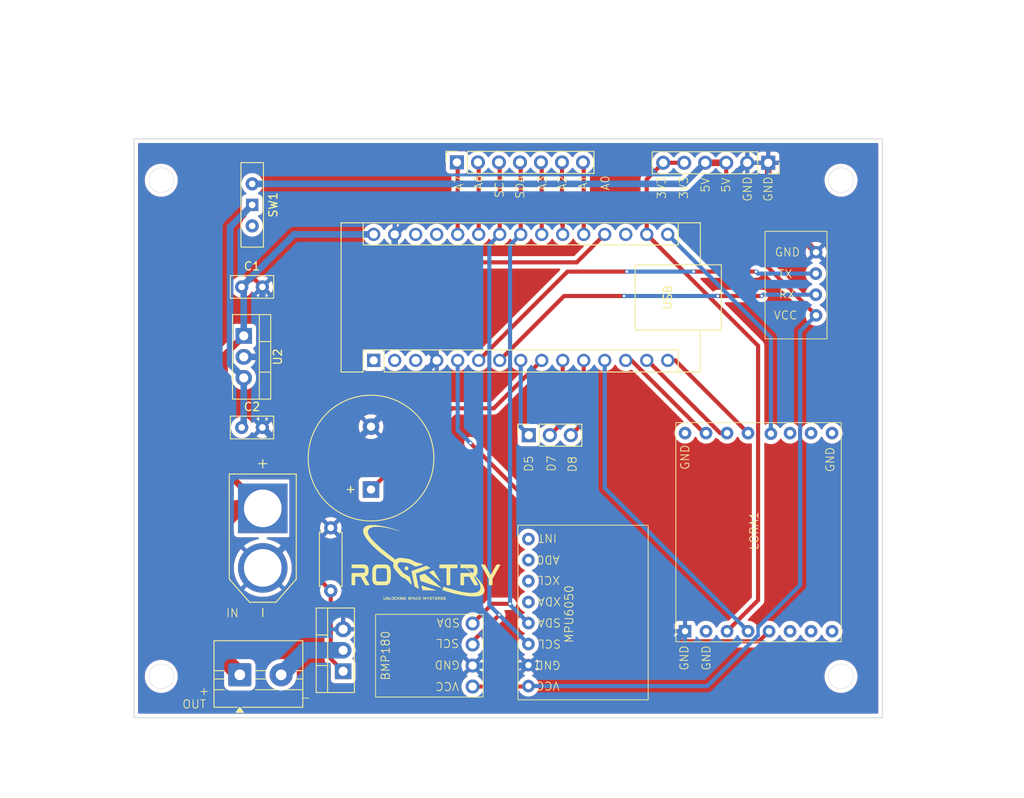
<source format=kicad_pcb>
(kicad_pcb (version 20241229) (generator "pcbnew") (generator_version "9.0")
  (layers (0 "F.Cu" signal) (2 "B.Cu" signal) (13 "F.Paste" user) (15 "B.Paste" user) (5 "F.SilkS" user "F.Silkscreen") (7 "B.SilkS" user "B.Silkscreen") (1 "F.Mask" user) (3 "B.Mask" user) (25 "Edge.Cuts" user))
  (net 0 "")
  (net 1 "D2")
  (net 3 "Net-(A1-D8)")
  (net 4 "Net-(A1-D5)")
  (net 5 "3V3")
  (net 6 "+5V")
  (net 7 "SDA")
  (net 8 "D9")
  (net 10 "SCL")
  (net 11 "Net-(A1-A3)")
  (net 12 "Net-(A1-A1)")
  (net 13 "Net-(A1-A7)")
  (net 14 "D10")
  (net 15 "Net-(A1-A2)")
  (net 16 "Net-(A1-A6)")
  (net 17 "SCK")
  (net 18 "Net-(A1-D7)")
  (net 20 "MISO")
  (net 21 "MOSI")
  (net 22 "TX_GPS")
  (net 23 "RX_GPS")
  (net 24 "P_raw+")
  (net 25 "P_raw-")
  (net 27 "buz")
  (net 30 "Net-(SW1-B)")
  (net 44 "PYRO")
  (net 45 "Net-(J3-Pin_2)")
  (footprint "MyMPU6050:MPU6050" (layer "F.Cu") (at 165.97 118.12 90)
    (property "Reference" "U1" (hide yes))
    (property "Value" "~" (hide yes))
    (fp_text user "VCC" (at -8.09 -2.72 180) (layer "F.SilkS") (effects (font (thickness 0.1)) (justify left bottom)))
    (fp_text user "GND" (at -5.57 -2.62 180) (layer "F.SilkS") (effects (font (thickness 0.1)) (justify left bottom)))
    (fp_text user "AD0" (at 7.16 -2.72 180) (layer "F.SilkS") (effects (font (thickness 0.1)) (justify left bottom)))
    (fp_text user "XCL" (at 4.69 -2.67 180) (layer "F.SilkS") (effects (font (thickness 0.1)) (justify left bottom)))
    (fp_text user "SDA" (at -0.44 -2.57 180) (layer "F.SilkS") (effects (font (thickness 0.1)) (justify left bottom)))
    (fp_text user "INT" (at 9.77 -3.06 180) (layer "F.SilkS") (effects (font (thickness 0.1)) (justify left bottom)))
    (fp_text user "XDA" (at 2.12 -2.57 180) (layer "F.SilkS") (effects (font (thickness 0.1)) (justify left bottom)))
    (fp_text user "SCL" (at -3.01 -2.57 180) (layer "F.SilkS") (effects (font (thickness 0.1)) (justify left bottom)))
    (pad "1" thru_hole circle (at -8.71 -6.565 90) (size 1.524 1.524) (drill 0.762) (layers "*.Cu" "*.Mask") (net 6 "+5V"))
    (pad "2" thru_hole circle (at -6.17 -6.565 90) (size 1.524 1.524) (drill 0.762) (layers "*.Cu" "*.Mask") (net 25 "P_raw-"))
    (pad "3" thru_hole circle (at -3.63 -6.565 90) (size 1.524 1.524) (drill 0.762) (layers "*.Cu" "*.Mask") (net 10 "SCL"))
    (pad "4" thru_hole circle (at -1.09 -6.565 90) (size 1.524 1.524) (drill 0.762) (layers "*.Cu" "*.Mask") (net 7 "SDA"))
    (pad "5" thru_hole circle (at 1.45 -6.565 90) (size 1.524 1.524) (drill 0.762) (layers "*.Cu" "*.Mask"))
    (pad "6" thru_hole circle (at 3.99 -6.565 90) (size 1.524 1.524) (drill 0.762) (layers "*.Cu" "*.Mask"))
    (pad "7" thru_hole circle (at 6.53 -6.565 90) (size 1.524 1.524) (drill 0.762) (layers "*.Cu" "*.Mask"))
    (pad "8" thru_hole circle (at 9.07 -6.565 90) (size 1.524 1.524) (drill 0.8) (layers "*.Cu" "*.Mask"))
  )
  (footprint "Buzzer_Beeper:Buzzer_15x7.5RM7.6" (layer "F.Cu") (at 140.37 103.06 90)
    (property "Reference" "BZ1" (hide yes))
    (property "Value" "Buzzer")
    (fp_text user "+" (at -0.01 -2.54 90) (layer "F.SilkS"))
    (pad "1" thru_hole rect (at 0 0 90) (size 2 2) (drill 1) (layers "*.Cu" "*.Mask") (net 27 "buz"))
    (pad "2" thru_hole circle (at 7.6 0 90) (size 2 2) (drill 1) (layers "*.Cu" "*.Mask") (net 25 "P_raw-"))
  )
  (footprint "Resistor_THT:R_Axial_DIN0207_L6.3mm_D2.5mm_P7.62mm_Horizontal" (layer "F.Cu") (at 135.5 115.31 90)
    (property "Reference" "R1" (hide yes))
    (property "Value" "1kΩ")
    (pad "1" thru_hole circle (at 0 0 90) (size 1.6 1.6) (drill 0.8) (layers "*.Cu" "*.Mask") (net 44 "PYRO"))
    (pad "2" thru_hole circle (at 7.62 0 90) (size 1.6 1.6) (drill 0.8) (layers "*.Cu" "*.Mask") (net 25 "P_raw-"))
  )
  (footprint "Capacitor_THT:C_Disc_D5.0mm_W2.5mm_P2.50mm" (layer "F.Cu") (at 124.73 78.56)
    (property "Reference" "C1" (at 1.25 -2.5 0) (layer "F.SilkS"))
    (property "Value" "10uf")
    (pad "1" thru_hole circle (at 0 0) (size 1.6 1.6) (drill 0.8) (layers "*.Cu" "*.Mask") (net 24 "P_raw+"))
    (pad "2" thru_hole circle (at 2.5 0) (size 1.6 1.6) (drill 0.8) (layers "*.Cu" "*.Mask") (net 25 "P_raw-"))
  )
  (footprint "Module:Arduino_Nano" (layer "F.Cu") (at 140.69 87.45 90)
    (property "Reference" "A1" (hide yes))
    (property "Value" "Arduino_Nano_Every")
    (fp_text user "USB" (at 7.62 35.56 90) (layer "F.SilkS"))
    (pad "1" thru_hole rect (at 0 0 90) (size 1.6 1.6) (drill 1) (layers "*.Cu" "*.Mask"))
    (pad "2" thru_hole oval (at 0 2.54 90) (size 1.6 1.6) (drill 1) (layers "*.Cu" "*.Mask"))
    (pad "3" thru_hole oval (at 0 5.08 90) (size 1.6 1.6) (drill 1) (layers "*.Cu" "*.Mask"))
    (pad "4" thru_hole oval (at 0 7.62 90) (size 1.6 1.6) (drill 1) (layers "*.Cu" "*.Mask") (net 25 "P_raw-"))
    (pad "5" thru_hole oval (at 0 10.16 90) (size 1.6 1.6) (drill 1) (layers "*.Cu" "*.Mask") (net 1 "D2"))
    (pad "6" thru_hole oval (at 0 12.7 90) (size 1.6 1.6) (drill 1) (layers "*.Cu" "*.Mask") (net 23 "RX_GPS"))
    (pad "7" thru_hole oval (at 0 15.24 90) (size 1.6 1.6) (drill 1) (layers "*.Cu" "*.Mask") (net 22 "TX_GPS"))
    (pad "8" thru_hole oval (at 0 17.78 90) (size 1.6 1.6) (drill 1) (layers "*.Cu" "*.Mask") (net 4 "Net-(A1-D5)"))
    (pad "9" thru_hole oval (at 0 20.32 90) (size 1.6 1.6) (drill 1) (layers "*.Cu" "*.Mask") (net 27 "buz"))
    (pad "10" thru_hole oval (at 0 22.86 90) (size 1.6 1.6) (drill 1) (layers "*.Cu" "*.Mask") (net 18 "Net-(A1-D7)"))
    (pad "11" thru_hole oval (at 0 25.4 90) (size 1.6 1.6) (drill 1) (layers "*.Cu" "*.Mask") (net 3 "Net-(A1-D8)"))
    (pad "12" thru_hole oval (at 0 27.94 90) (size 1.6 1.6) (drill 1) (layers "*.Cu" "*.Mask") (net 8 "D9"))
    (pad "13" thru_hole oval (at 0 30.48 90) (size 1.6 1.6) (drill 1) (layers "*.Cu" "*.Mask") (net 14 "D10"))
    (pad "14" thru_hole oval (at 0 33.02 90) (size 1.6 1.6) (drill 1) (layers "*.Cu" "*.Mask") (net 21 "MOSI"))
    (pad "15" thru_hole oval (at 0 35.56 90) (size 1.6 1.6) (drill 1) (layers "*.Cu" "*.Mask") (net 20 "MISO"))
    (pad "16" thru_hole oval (at 15.24 35.56 90) (size 1.6 1.6) (drill 1) (layers "*.Cu" "*.Mask") (net 17 "SCK"))
    (pad "17" thru_hole oval (at 15.24 33.02 90) (size 1.6 1.6) (drill 1) (layers "*.Cu" "*.Mask") (net 5 "3V3"))
    (pad "18" thru_hole oval (at 15.24 30.48 90) (size 1.6 1.6) (drill 1) (layers "*.Cu" "*.Mask"))
    (pad "19" thru_hole oval (at 15.24 27.94 90) (size 1.6 1.6) (drill 1) (layers "*.Cu" "*.Mask") (net 44 "PYRO"))
    (pad "20" thru_hole oval (at 15.24 25.4 90) (size 1.6 1.6) (drill 1) (layers "*.Cu" "*.Mask") (net 12 "Net-(A1-A1)"))
    (pad "21" thru_hole oval (at 15.24 22.86 90) (size 1.6 1.6) (drill 1) (layers "*.Cu" "*.Mask") (net 15 "Net-(A1-A2)"))
    (pad "22" thru_hole oval (at 15.24 20.32 90) (size 1.6 1.6) (drill 1) (layers "*.Cu" "*.Mask") (net 11 "Net-(A1-A3)"))
    (pad "23" thru_hole oval (at 15.24 17.78 90) (size 1.6 1.6) (drill 1) (layers "*.Cu" "*.Mask") (net 7 "SDA"))
    (pad "24" thru_hole oval (at 15.24 15.24 90) (size 1.6 1.6) (drill 1) (layers "*.Cu" "*.Mask") (net 10 "SCL"))
    (pad "25" thru_hole oval (at 15.24 12.7 90) (size 1.6 1.6) (drill 1) (layers "*.Cu" "*.Mask") (net 16 "Net-(A1-A6)"))
    (pad "26" thru_hole oval (at 15.24 10.16 90) (size 1.6 1.6) (drill 1) (layers "*.Cu" "*.Mask") (net 13 "Net-(A1-A7)"))
    (pad "27" thru_hole oval (at 15.24 7.62 90) (size 1.6 1.6) (drill 1) (layers "*.Cu" "*.Mask"))
    (pad "28" thru_hole oval (at 15.24 5.08 90) (size 1.6 1.6) (drill 1) (layers "*.Cu" "*.Mask"))
    (pad "29" thru_hole oval (at 15.24 2.54 90) (size 1.6 1.6) (drill 1) (layers "*.Cu" "*.Mask") (net 25 "P_raw-"))
    (pad "30" thru_hole oval (at 15.24 0 90) (size 1.6 1.6) (drill 1) (layers "*.Cu" "*.Mask") (net 24 "P_raw+"))
  )
  (footprint "logos:rocketrylogo" (layer "F.Cu") (at 147 113)
    (property "Reference" "G***" (hide yes))
    (property "Value" "LOGO" (hide yes))
  )
  (footprint "Adafruit_Ultimate_GPSmoodule:AdafruitGPS" (layer "F.Cu") (at 192.3 78.28 -90)
    (property "Reference" "U4" (hide yes))
    (property "Value" "~" (hide yes))
    (fp_text user "VCC" (at 4.3 3.3 0) (layer "F.SilkS") (effects (font (thickness 0.1)) (justify left bottom)))
    (fp_text user "GND" (at -3.33 3.17 0) (layer "F.SilkS") (effects (font (thickness 0.1)) (justify left bottom)))
    (fp_text user "RX" (at 1.77 2.67 0) (layer "F.SilkS") (effects (font (thickness 0.1)) (justify left bottom)))
    (fp_text user "TX" (at -0.68 2.77 0) (layer "F.SilkS") (effects (font (thickness 0.1)) (justify left bottom)))
    (pad "1" thru_hole circle (at -3.91 -1.88 270) (size 1.524 1.524) (drill 0.762) (layers "*.Cu" "*.Mask") (net 25 "P_raw-"))
    (pad "2" thru_hole circle (at -1.33 -1.85 270) (size 1.524 1.524) (drill 0.762) (layers "*.Cu" "*.Mask") (net 23 "RX_GPS"))
    (pad "3" thru_hole circle (at 1.22 -1.85 270) (size 1.524 1.524) (drill 0.762) (layers "*.Cu" "*.Mask") (net 22 "TX_GPS"))
    (pad "4" thru_hole circle (at 3.72 -1.88 270) (size 1.524 1.524) (drill 0.762) (layers "*.Cu" "*.Mask") (net 6 "+5V"))
  )
  (footprint "Package_TO_SOT_THT:TO-220-3_Vertical" (layer "F.Cu") (at 137 125.04 90)
    (property "Reference" "Q1" (hide yes))
    (property "Value" "IRF540N")
    (pad "1" thru_hole rect (at 0 0 90) (size 1.905 2) (drill 1.1) (layers "*.Cu" "*.Mask") (net 44 "PYRO"))
    (pad "2" thru_hole oval (at 2.54 0 90) (size 1.905 2) (drill 1.1) (layers "*.Cu" "*.Mask") (net 45 "Net-(J3-Pin_2)"))
    (pad "3" thru_hole oval (at 5.08 0 90) (size 1.905 2) (drill 1.1) (layers "*.Cu" "*.Mask") (net 25 "P_raw-"))
  )
  (footprint "Package_TO_SOT_THT:TO-220-3_Vertical" (layer "F.Cu") (at 124.98 84.48 -90)
    (property "Reference" "U2" (at 2.54 -4.1 90) (layer "F.SilkS"))
    (property "Value" "LM7805_TO220")
    (pad "1" thru_hole rect (at 0 0 270) (size 1.905 2) (drill 1.1) (layers "*.Cu" "*.Mask") (net 24 "P_raw+"))
    (pad "2" thru_hole oval (at 2.54 0 270) (size 1.905 2) (drill 1.1) (layers "*.Cu" "*.Mask") (net 25 "P_raw-"))
    (pad "3" thru_hole oval (at 5.08 0 270) (size 1.905 2) (drill 1.1) (layers "*.Cu" "*.Mask") (net 30 "Net-(SW1-B)"))
  )
  (footprint "Connector_PinSocket_2.54mm:PinSocket_1x07_P2.54mm_Vertical" (layer "F.Cu") (at 150.76 63.5 90)
    (property "Reference" "J5" (hide yes))
    (property "Value" "Conn_01x07_Pin")
    (pad "1" thru_hole rect (at 0 0 90) (size 1.7 1.7) (drill 1) (layers "*.Cu" "*.Mask") (net 13 "Net-(A1-A7)"))
    (pad "2" thru_hole circle (at 0 2.54 90) (size 1.7 1.7) (drill 1) (layers "*.Cu" "*.Mask") (net 16 "Net-(A1-A6)"))
    (pad "3" thru_hole circle (at 0 5.08 90) (size 1.7 1.7) (drill 1) (layers "*.Cu" "*.Mask") (net 10 "SCL"))
    (pad "4" thru_hole circle (at 0 7.62 90) (size 1.7 1.7) (drill 1) (layers "*.Cu" "*.Mask") (net 7 "SDA"))
    (pad "5" thru_hole circle (at 0 10.16 90) (size 1.7 1.7) (drill 1) (layers "*.Cu" "*.Mask") (net 11 "Net-(A1-A3)"))
    (pad "6" thru_hole circle (at 0 12.7 90) (size 1.7 1.7) (drill 1) (layers "*.Cu" "*.Mask") (net 15 "Net-(A1-A2)"))
    (pad "7" thru_hole circle (at 0 15.24 90) (size 1.7 1.7) (drill 1) (layers "*.Cu" "*.Mask") (net 12 "Net-(A1-A1)"))
  )
  (footprint "LoRa-Ra-02_module:Ra-02_module" (layer "F.Cu") (at 187.2 108.05 90)
    (property "Reference" "LORA1" (at 0 -0.5 90) (layer "F.SilkS") (effects (font (thickness 0.1))))
    (property "Value" "~" (hide yes))
    (pad "1" thru_hole rect (at -12.15 -8.86 90) (size 1.524 1.524) (drill 0.762) (layers "*.Cu" "*.Mask") (net 25 "P_raw-"))
    (pad "2" thru_hole circle (at -12.15 -6.32 90) (size 1.524 1.524) (drill 0.762) (layers "*.Cu" "*.Mask"))
    (pad "3" thru_hole circle (at -12.15 -3.78 90) (size 1.524 1.524) (drill 0.762) (layers "*.Cu" "*.Mask") (net 5 "3V3"))
    (pad "4" thru_hole circle (at -12.15 -1.24 90) (size 1.524 1.524) (drill 0.762) (layers "*.Cu" "*.Mask") (net 8 "D9"))
    (pad "5" thru_hole circle (at -12.15 1.3 90) (size 1.524 1.524) (drill 0.762) (layers "*.Cu" "*.Mask") (net 1 "D2"))
    (pad "6" thru_hole circle (at -12.15 3.84 90) (size 1.524 1.524) (drill 0.762) (layers "*.Cu" "*.Mask"))
    (pad "7" thru_hole circle (at -12.15 6.38 90) (size 1.524 1.524) (drill 0.762) (layers "*.Cu" "*.Mask"))
    (pad "8" thru_hole circle (at -12.15 8.92 90) (size 1.524 1.524) (drill 0.762) (layers "*.Cu" "*.Mask"))
    (pad "9" thru_hole circle (at 11.81 8.92 90) (size 1.524 1.524) (drill 0.762) (layers "*.Cu" "*.Mask"))
    (pad "10" thru_hole circle (at 11.81 6.38 90) (size 1.524 1.524) (drill 0.762) (layers "*.Cu" "*.Mask"))
    (pad "11" thru_hole circle (at 11.81 3.84 90) (size 1.524 1.524) (drill 0.762) (layers "*.Cu" "*.Mask"))
    (pad "12" thru_hole circle (at 11.74 1.52 90) (size 1.524 1.524) (drill 0.762) (layers "*.Cu" "*.Mask") (net 17 "SCK"))
    (pad "13" thru_hole circle (at 11.81 -1.24 90) (size 1.524 1.524) (drill 0.762) (layers "*.Cu" "*.Mask") (net 20 "MISO"))
    (pad "14" thru_hole circle (at 11.81 -3.78 90) (size 1.524 1.524) (drill 0.762) (layers "*.Cu" "*.Mask") (net 21 "MOSI"))
    (pad "15" thru_hole circle (at 11.81 -6.32 90) (size 1.524 1.524) (drill 0.762) (layers "*.Cu" "*.Mask") (net 14 "D10"))
    (pad "16" thru_hole circle (at 11.81 -8.86 90) (size 1.524 1.524) (drill 0.762) (layers "*.Cu" "*.Mask"))
  )
  (footprint "TerminalBlock:TerminalBlock_MaiXu_MX126-5.0-02P_1x02_P5.00mm" (layer "F.Cu") (at 124.5 125.4675)
    (property "Reference" "J3" (hide yes))
    (property "Value" "Screw_Terminal_01x02" (hide yes))
    (pad "1" thru_hole roundrect (at 0 0) (size 2.8 2.8) (drill 1.3) (layers "*.Cu" "*.Mask") (roundrect_rratio 0.089286) (net 24 "P_raw+"))
    (pad "2" thru_hole circle (at 5 0) (size 2.8 2.8) (drill 1.3) (layers "*.Cu" "*.Mask") (net 45 "Net-(J3-Pin_2)"))
  )
  (footprint "Connector_PinSocket_2.54mm:PinSocket_1x03_P2.54mm_Vertical" (layer "F.Cu") (at 159.45 96.49 90)
    (property "Reference" "J2" (hide yes))
    (property "Value" "Conn_01x03_Pin" (hide yes))
    (pad "1" thru_hole rect (at 0 0 90) (size 1.7 1.7) (drill 1) (layers "*.Cu" "*.Mask") (net 4 "Net-(A1-D5)"))
    (pad "2" thru_hole oval (at 0 2.54 90) (size 1.7 1.7) (drill 1) (layers "*.Cu" "*.Mask") (net 18 "Net-(A1-D7)"))
    (pad "3" thru_hole oval (at 0 5.08 90) (size 1.7 1.7) (drill 1) (layers "*.Cu" "*.Mask") (net 3 "Net-(A1-D8)"))
  )
  (footprint "Capacitor_THT:C_Disc_D5.0mm_W2.5mm_P2.50mm" (layer "F.Cu") (at 124.73 95.56)
    (property "Reference" "C2" (at 1.25 -2.5 0) (layer "F.SilkS"))
    (property "Value" "10uf")
    (pad "1" thru_hole circle (at 0 0) (size 1.6 1.6) (drill 0.8) (layers "*.Cu" "*.Mask") (net 30 "Net-(SW1-B)"))
    (pad "2" thru_hole circle (at 2.5 0) (size 1.6 1.6) (drill 0.8) (layers "*.Cu" "*.Mask") (net 25 "P_raw-"))
  )
  (footprint "XT60-M:AMASS_XT60-M" (layer "F.Cu") (at 127.28 108.94 -90)
    (property "Reference" "J1" (hide yes))
    (property "Value" "XT60-M")
    (pad "N" thru_hole circle (at 3.6 0 270) (size 6 6) (drill 4.55) (layers "*.Cu" "*.Mask") (net 25 "P_raw-"))
    (pad "P" thru_hole rect (at -3.6 0 270) (size 6 6) (drill 4.55) (layers "*.Cu" "*.Mask") (net 24 "P_raw+"))
  )
  (footprint "Button_Switch_THT:SW_Slide-03_Wuerth-WS-SLTV_10x2.5x6.4_P2.54mm" (layer "F.Cu") (at 126 68.64 -90)
    (property "Reference" "SW1" (at 0 -2.54 90) (layer "F.SilkS"))
    (property "Value" "SW_Wuerth_450301014042" (hide yes))
    (pad "1" thru_hole rect (at 0 0 270) (size 1.5 1.5) (drill 0.8) (layers "*.Cu" "*.Mask") (net 30 "Net-(SW1-B)"))
    (pad "2" thru_hole circle (at -2.54 0 270) (size 1.6 1.6) (drill 0.8) (layers "*.Cu" "*.Mask") (net 6 "+5V"))
    (pad "3" thru_hole circle (at 2.54 0 270) (size 1.6 1.6) (drill 0.8) (layers "*.Cu" "*.Mask"))
  )
  (footprint "Connector_PinSocket_2.54mm:PinSocket_1x06_P2.54mm_Vertical" (layer "F.Cu") (at 188.4 63.55 -90)
    (property "Reference" "J4" (hide yes))
    (property "Value" "Conn_01x06_Pin" (hide yes))
    (pad "1" thru_hole rect (at 0 0 270) (size 1.7 1.7) (drill 1) (layers "*.Cu" "*.Mask") (net 25 "P_raw-"))
    (pad "2" thru_hole oval (at 0 2.54 270) (size 1.7 1.7) (drill 1) (layers "*.Cu" "*.Mask") (net 25 "P_raw-"))
    (pad "3" thru_hole oval (at 0 5.08 270) (size 1.7 1.7) (drill 1) (layers "*.Cu" "*.Mask") (net 6 "+5V"))
    (pad "4" thru_hole oval (at 0 7.62 270) (size 1.7 1.7) (drill 1) (layers "*.Cu" "*.Mask") (net 6 "+5V"))
    (pad "5" thru_hole oval (at 0 10.16 270) (size 1.7 1.7) (drill 1) (layers "*.Cu" "*.Mask") (net 5 "3V3"))
    (pad "6" thru_hole oval (at 0 12.7 270) (size 1.7 1.7) (drill 1) (layers "*.Cu" "*.Mask") (net 5 "3V3"))
  )
  (footprint "BMP180:BMP180" (layer "F.Cu") (at 152.655 126.885 180)
    (property "Reference" "bmp180" (hide yes))
    (property "Value" "~" (hide yes))
    (pad "1" thru_hole circle (at 0 0 180) (size 1.7 1.7) (drill 1) (layers "*.Cu" "*.Mask") (net 6 "+5V"))
    (pad "2" thru_hole circle (at 0 2.54 180) (size 1.7 1.7) (drill 1) (layers "*.Cu" "*.Mask") (net 25 "P_raw-"))
    (pad "3" thru_hole circle (at 0 5.08 180) (size 1.7 1.7) (drill 1) (layers "*.Cu" "*.Mask") (net 10 "SCL"))
    (pad "4" thru_hole circle (at 0 7.62 180) (size 1.7 1.7) (drill 1) (layers "*.Cu" "*.Mask") (net 7 "SDA"))
  )
  (gr_circle (center 115 65.66) (end 116.5 65.66) (stroke (width 0.05)) (fill no) (layer "Edge.Cuts"))
  (gr_circle (center 115 125.66) (end 116.5003 125.66) (stroke (width 0.05)) (fill no) (layer "Edge.Cuts"))
  (gr_rect (start 111.7 60.66) (end 202.2 130.66) (stroke (width 0.1)) (fill no) (layer "Edge.Cuts"))
  (gr_circle (center 197.2 65.66) (end 198.7 65.66) (stroke (width 0.05)) (fill no) (layer "Edge.Cuts"))
  (gr_circle (center 197.2 125.66) (end 198.7 125.66) (stroke (width 0.05)) (fill no) (layer "Edge.Cuts"))
  (gr_text "5V" (at 181.38 67.21 90) (layer "F.SilkS") (effects (font (size 1 1) (thickness 0.1)) (justify left bottom)))
  (gr_text "A6" (at 153.98 66.87 90) (layer "F.SilkS") (effects (font (size 1 1) (thickness 0.1)) (justify left bottom)))
  (gr_text "SDA" (at 151.18 118.56 180) (layer "F.SilkS") (effects (font (size 1 1) (thickness 0.1)) (justify left bottom)))
  (gr_text "+" (at 119.5 128 0) (layer "F.SilkS") (effects (font (size 1 1) (thickness 0.1)) (justify left bottom)))
  (gr_text "A3" (at 161.68 66.97 90) (layer "F.SilkS") (effects (font (size 1 1) (thickness 0.1)) (justify left bottom)))
  (gr_text "3V3" (at 176.1 68.01 90) (layer "F.SilkS") (effects (font (size 1 1) (thickness 0.1)) (justify left bottom)))
  (gr_text "OUT" (at 117.5 129.61 0) (layer "F.SilkS") (effects (font (size 1 1) (thickness 0.1)) (justify left bottom)))
  (gr_text "A7" (at 151.58 66.97 90) (layer "F.SilkS") (effects (font (size 1 1) (thickness 0.1)) (justify left bottom)))
  (gr_text "SDA" (at 158.98 67.97 90) (layer "F.SilkS") (effects (font (size 1 1) (thickness 0.1)) (justify left bottom)))
  (gr_text "GND" (at 188.98 68.31 90) (layer "F.SilkS") (effects (font (size 1 1) (thickness 0.1)) (justify left bottom)))
  (gr_text "GND" (at 186.48 68.31 90) (layer "F.SilkS") (effects (font (size 1 1) (thickness 0.1)) (justify left bottom)))
  (gr_text "D8" (at 165.31 101.04 90) (layer "F.SilkS") (effects (font (size 1 1) (thickness 0.1)) (justify left bottom)))
  (gr_text "GND" (at 196.48 101.03 90) (layer "F.SilkS") (effects (font (size 1 1) (thickness 0.1)) (justify left bottom)))
  (gr_text "GND" (at 181.5 125.02 90) (layer "F.SilkS") (effects (font (size 1 1) (thickness 0.1)) (justify left bottom)))
  (gr_text "GND" (at 178.93 100.75 90) (layer "F.SilkS") (effects (font (size 1 1) (thickness 0.1)) (justify left bottom)))
  (gr_text "D7" (at 162.77 100.97 90) (layer "F.SilkS") (effects (font (size 1 1) (thickness 0.1)) (justify left bottom)))
  (gr_text "A0" (at 169.28 66.97 90) (layer "F.SilkS") (effects (font (size 1 1) (thickness 0.1)) (justify left bottom)))
  (gr_text "A1" (at 166.58 66.87 90) (layer "F.SilkS") (effects (font (size 1 1) (thickness 0.1)) (justify left bottom)))
  (gr_text "MPU6050" (at 164.91 121.69 90) (layer "F.SilkS") (effects (font (size 1 1) (thickness 0.1)) (justify left bottom)))
  (gr_text "SCL" (at 156.48 67.87 90) (layer "F.SilkS") (effects (font (size 1 1) (thickness 0.1)) (justify left bottom)))
  (gr_text "SCL" (at 151.08 121.06 180) (layer "F.SilkS") (effects (font (size 1 1) (thickness 0.1)) (justify left bottom)))
  (gr_text "GND" (at 178.83 125.02 90) (layer "F.SilkS") (effects (font (size 1 1) (thickness 0.1)) (justify left bottom)))
  (gr_text "IN" (at 122.78 118.6 0) (layer "F.SilkS") (effects (font (size 1 1) (thickness 0.1)) (justify left bottom)))
  (gr_text "A2" (at 164.08 66.97 90) (layer "F.SilkS") (effects (font (size 1 1) (thickness 0.1)) (justify left bottom)))
  (gr_text "GND" (at 151.18 123.66 180) (layer "F.SilkS") (effects (font (size 1 1) (thickness 0.1)) (justify left bottom)))
  (gr_text "5V" (at 183.88 67.21 90) (layer "F.SilkS") (effects (font (size 1 1) (thickness 0.1)) (justify left bottom)))
  (gr_text "BMP180" (at 142.71 126.21 90) (layer "F.SilkS") (effects (font (size 1 1) (thickness 0.1)) (justify left bottom)))
  (gr_text "VCC" (at 151.08 126.26 180) (layer "F.SilkS") (effects (font (size 1 1) (thickness 0.1)) (justify left bottom)))
  (gr_text "D5" (at 160.03 100.99 90) (layer "F.SilkS") (effects (font (size 1 1) (thickness 0.1)) (justify left bottom)))
  (gr_text "-" (at 131.8 128.8 0) (layer "F.SilkS") (effects (font (size 1 1) (thickness 0.1)) (justify left bottom)))
  (gr_text "3V3" (at 178.78 68.01 90) (layer "F.SilkS") (effects (font (size 1 1) (thickness 0.1)) (justify left bottom)))
  (segment (start 187.287 121.413) (end 188.5 120.2) (width 0.5) (layer "F.Cu") (net 1))
  (segment (start 176.353 121.413) (end 187.287 121.413) (width 0.5) (layer "F.Cu") (net 1))
  (segment (start 152.39 97.45) (end 176.353 121.413) (width 0.5) (layer "F.Cu") (net 1))
  (via (at 152.39 97.45) (size 0.5) (drill 0.3) (layers "F.Cu" "B.Cu") (net 1))
  (segment (start 150.85 87.45) (end 150.85 95.91) (width 0.5) (layer "B.Cu") (net 1))
  (segment (start 150.85 95.91) (end 152.39 97.45) (width 0.5) (layer "B.Cu") (net 1))
  (segment (start 166.09 87.45) (end 166.09 94.93) (width 0.5) (layer "F.Cu") (net 3))
  (segment (start 166.09 94.93) (end 164.53 96.49) (width 0.5) (layer "F.Cu") (net 3))
  (segment (start 158.47 87.45) (end 158.47 95.51) (width 0.5) (layer "B.Cu") (net 4))
  (segment (start 158.47 95.51) (end 159.45 96.49) (width 0.5) (layer "B.Cu") (net 4))
  (segment (start 173.71 72.21) (end 173.71 65.54) (width 0.5) (layer "F.Cu") (net 5))
  (segment (start 183.42 120.2) (end 187.173 116.447) (width 0.5) (layer "F.Cu") (net 5))
  (segment (start 187.173 85.673) (end 173.71 72.21) (width 0.5) (layer "F.Cu") (net 5))
  (segment (start 173.71 65.54) (end 175.7 63.55) (width 0.5) (layer "F.Cu") (net 5))
  (segment (start 187.173 116.447) (end 187.173 85.673) (width 0.5) (layer "F.Cu") (net 5))
  (segment (start 178.24 63.55) (end 175.7 63.55) (width 0.5) (layer "F.Cu") (net 5))
  (segment (start 183.32 63.55) (end 183.32 71.14) (width 0.5) (layer "F.Cu") (net 6))
  (segment (start 159.35 126.885) (end 159.405 126.83) (width 0.5) (layer "F.Cu") (net 6))
  (segment (start 152.655 126.885) (end 159.35 126.885) (width 0.5) (layer "F.Cu") (net 6))
  (segment (start 180.78 63.55) (end 183.32 63.55) (width 0.8) (layer "F.Cu") (net 6))
  (segment (start 183.32 71.14) (end 194.18 82) (width 0.5) (layer "F.Cu") (net 6))
  (segment (start 181.045442 126.83) (end 159.405 126.83) (width 0.5) (layer "B.Cu") (net 6))
  (segment (start 178.23 66.1) (end 126 66.1) (width 0.8) (layer "B.Cu") (net 6))
  (segment (start 194.18 82) (end 192.253 83.927) (width 0.5) (layer "B.Cu") (net 6))
  (segment (start 180.78 63.55) (end 178.23 66.1) (width 0.8) (layer "B.Cu") (net 6))
  (segment (start 192.253 83.927) (end 192.253 114.617558) (width 0.5) (layer "B.Cu") (net 6))
  (segment (start 187.173 120.702442) (end 181.045442 126.83) (width 0.5) (layer "B.Cu") (net 6))
  (segment (start 192.253 114.617558) (end 187.173 119.697558) (width 0.5) (layer "B.Cu") (net 6))
  (segment (start 187.173 119.697558) (end 187.173 120.702442) (width 0.4) (layer "B.Cu") (net 6))
  (segment (start 158.47 72.21) (end 158.47 63.59) (width 0.5) (layer "F.Cu") (net 7))
  (segment (start 152.655 119.265) (end 155.04 116.88) (width 0.5) (layer "F.Cu") (net 7))
  (segment (start 155.04 116.88) (end 157.181 116.88) (width 0.5) (layer "F.Cu") (net 7))
  (segment (start 158.45 72.19) (end 158.47 72.21) (width 0.5) (layer "F.Cu") (net 7))
  (segment (start 158.47 63.59) (end 158.38 63.5) (width 0.5) (layer "F.Cu") (net 7))
  (via (at 157.181 116.88) (size 0.5) (drill 0.3) (layers "F.Cu" "B.Cu") (net 7))
  (segment (start 157.181 73.499) (end 157.181 116.88) (width 0.5) (layer "B.Cu") (net 7))
  (segment (start 158.47 72.21) (end 157.181 73.499) (width 0.5) (layer "B.Cu") (net 7))
  (segment (start 157.181 116.986) (end 159.405 119.21) (width 0.5) (layer "B.Cu") (net 7))
  (segment (start 157.181 116.88) (end 157.181 116.986) (width 0.5) (layer "B.Cu") (net 7))
  (segment (start 185.96 120.2) (end 168.63 102.87) (width 0.5) (layer "B.Cu") (net 8))
  (segment (start 168.63 102.87) (end 168.63 87.45) (width 0.5) (layer "B.Cu") (net 8))
  (segment (start 155.93 63.59) (end 155.84 63.5) (width 0.5) (layer "F.Cu") (net 10))
  (segment (start 152.655 121.445) (end 155.8775 118.2225) (width 0.5) (layer "F.Cu") (net 10))
  (segment (start 152.655 121.805) (end 152.655 121.445) (width 0.5) (layer "F.Cu") (net 10))
  (segment (start 155.93 72.21) (end 155.93 63.59) (width 0.5) (layer "F.Cu") (net 10))
  (segment (start 155.91 72.19) (end 155.93 72.21) (width 0.5) (layer "F.Cu") (net 10))
  (via (at 155.8775 118.2225) (size 0.5) (drill 0.3) (layers "F.Cu" "B.Cu") (net 10))
  (segment (start 154.679 73.461) (end 154.679 117.024) (width 0.5) (layer "B.Cu") (net 10))
  (segment (start 155.93 72.21) (end 154.679 73.461) (width 0.5) (layer "B.Cu") (net 10))
  (segment (start 155.8775 118.2225) (end 159.405 121.75) (width 0.5) (layer "B.Cu") (net 10))
  (segment (start 154.679 117.024) (end 155.8775 118.2225) (width 0.5) (layer "B.Cu") (net 10))
  (segment (start 161.01 63.59) (end 160.92 63.5) (width 0.5) (layer "F.Cu") (net 11))
  (segment (start 161.01 72.21) (end 161.01 63.59) (width 0.5) (layer "F.Cu") (net 11))
  (segment (start 160.99 72.19) (end 161.01 72.21) (width 0.5) (layer "F.Cu") (net 11))
  (segment (start 166.07 72.19) (end 166.09 72.21) (width 0.5) (layer "F.Cu") (net 12))
  (segment (start 166.09 72.21) (end 166.09 63.59) (width 0.5) (layer "F.Cu") (net 12))
  (segment (start 166.09 63.59) (end 166 63.5) (width 0.5) (layer "F.Cu") (net 12))
  (segment (start 150.85 72.21) (end 150.85 63.59) (width 0.5) (layer "F.Cu") (net 13))
  (segment (start 150.83 72.19) (end 150.85 72.21) (width 0.5) (layer "F.Cu") (net 13))
  (segment (start 150.85 63.59) (end 150.76 63.5) (width 0.5) (layer "F.Cu") (net 13))
  (segment (start 180.65 96.24) (end 180.88 96.24) (width 0.5) (layer "F.Cu") (net 14))
  (segment (start 171.86 87.45) (end 180.65 96.24) (width 0.5) (layer "F.Cu") (net 14))
  (segment (start 171.17 87.45) (end 171.86 87.45) (width 0.5) (layer "F.Cu") (net 14))
  (segment (start 163.55 71.05) (end 163.46 70.96) (width 0.5) (layer "F.Cu") (net 15))
  (segment (start 163.55 72.21) (end 163.55 71.05) (width 0.5) (layer "F.Cu") (net 15))
  (segment (start 163.53 72.19) (end 163.55 72.21) (width 0.5) (layer "F.Cu") (net 15))
  (segment (start 163.46 70.96) (end 163.46 63.5) (width 0.5) (layer "F.Cu") (net 15))
  (segment (start 153.39 63.59) (end 153.3 63.5) (width 0.5) (layer "F.Cu") (net 16))
  (segment (start 153.39 72.21) (end 153.39 63.59) (width 0.5) (layer "F.Cu") (net 16))
  (segment (start 153.37 72.19) (end 153.39 72.21) (width 0.5) (layer "F.Cu") (net 16))
  (segment (start 188.72 96.31) (end 188.72 84.68) (width 0.5) (layer "B.Cu") (net 17))
  (segment (start 188.72 84.68) (end 176.25 72.21) (width 0.5) (layer "B.Cu") (net 17))
  (segment (start 163.55 87.45) (end 163.55 94.93) (width 0.5) (layer "F.Cu") (net 18))
  (segment (start 163.55 94.93) (end 161.99 96.49) (width 0.5) (layer "F.Cu") (net 18))
  (segment (start 176.25 87.45) (end 177.17 87.45) (width 0.5) (layer "F.Cu") (net 20))
  (segment (start 177.17 87.45) (end 185.96 96.24) (width 0.5) (layer "F.Cu") (net 20))
  (segment (start 173.805442 87.45) (end 182.595442 96.24) (width 0.5) (layer "F.Cu") (net 21))
  (segment (start 182.595442 96.24) (end 183.42 96.24) (width 0.5) (layer "F.Cu") (net 21))
  (segment (start 173.71 87.45) (end 173.805442 87.45) (width 0.5) (layer "F.Cu") (net 21))
  (segment (start 182.31 79.66) (end 187.62 79.66) (width 0.5) (layer "F.Cu") (net 22))
  (segment (start 163.72 79.66) (end 170.97 79.66) (width 0.5) (layer "F.Cu") (net 22))
  (segment (start 155.93 87.45) (end 163.72 79.66) (width 0.5) (layer "F.Cu") (net 22))
  (via (at 170.97 79.66) (size 0.5) (drill 0.3) (layers "F.Cu" "B.Cu") (net 22))
  (via (at 187.62 79.66) (size 0.5) (drill 0.3) (layers "F.Cu" "B.Cu") (net 22))
  (via (at 182.31 79.66) (size 0.5) (drill 0.3) (layers "F.Cu" "B.Cu") (net 22))
  (segment (start 187.78 79.5) (end 194.15 79.5) (width 0.5) (layer "B.Cu") (net 22))
  (segment (start 170.97 79.66) (end 182.31 79.66) (width 0.5) (layer "B.Cu") (net 22))
  (segment (start 187.62 79.66) (end 187.78 79.5) (width 0.5) (layer "B.Cu") (net 22))
  (segment (start 153.39 87.45) (end 164.13 76.71) (width 0.5) (layer "F.Cu") (net 23))
  (segment (start 179.37 76.71) (end 186.93 76.71) (width 0.5) (layer "F.Cu") (net 23))
  (segment (start 164.13 76.71) (end 171.31 76.71) (width 0.5) (layer "F.Cu") (net 23))
  (via (at 179.37 76.71) (size 0.5) (drill 0.3) (layers "F.Cu" "B.Cu") (net 23))
  (via (at 186.93 76.71) (size 0.5) (drill 0.3) (layers "F.Cu" "B.Cu") (net 23))
  (via (at 171.31 76.71) (size 0.5) (drill 0.3) (layers "F.Cu" "B.Cu") (net 23))
  (segment (start 171.31 76.71) (end 179.37 76.71) (width 0.5) (layer "B.Cu") (net 23))
  (segment (start 187.17 76.95) (end 194.15 76.95) (width 0.5) (layer "B.Cu") (net 23))
  (segment (start 186.93 76.71) (end 187.17 76.95) (width 0.5) (layer "B.Cu") (net 23))
  (segment (start 127.28 105.34) (end 122.66 100.72) (width 0.8) (layer "F.Cu") (net 24))
  (segment (start 121.5 108) (end 121.5 122.4675) (width 2) (layer "F.Cu") (net 24))
  (segment (start 124.16 105.34) (end 127.28 105.34) (width 2) (layer "F.Cu") (net 24))
  (segment (start 121.5 122.4675) (end 124.5 125.4675) (width 2) (layer "F.Cu") (net 24))
  (segment (start 121.5 108) (end 124.16 105.34) (width 2) (layer "F.Cu") (net 24))
  (segment (start 122.66 86.8) (end 124.98 84.48) (width 0.8) (layer "F.Cu") (net 24))
  (segment (start 122.66 100.72) (end 122.66 86.8) (width 0.8) (layer "F.Cu") (net 24))
  (segment (start 124.98 84.48) (end 124.98 78.81) (width 0.8) (layer "B.Cu") (net 24))
  (segment (start 124.73 78.56) (end 131.08 72.21) (width 0.8) (layer "B.Cu") (net 24))
  (segment (start 131.08 72.21) (end 140.69 72.21) (width 0.8) (layer "B.Cu") (net 24))
  (segment (start 124.98 78.81) (end 124.73 78.56) (width 0.8) (layer "B.Cu") (net 24))
  (segment (start 185.86 63.55) (end 188.4 63.55) (width 0.5) (layer "F.Cu") (net 25))
  (segment (start 188.4 68.59) (end 194.18 74.37) (width 0.8) (layer "F.Cu") (net 25))
  (segment (start 188.4 63.55) (end 188.4 68.59) (width 0.8) (layer "F.Cu") (net 25))
  (segment (start 127.23 87.565) (end 126.685 87.02) (width 0.8) (layer "B.Cu") (net 25))
  (segment (start 136.619 99.211) (end 130.881 99.211) (width 0.8) (layer "B.Cu") (net 25))
  (segment (start 159.405 124.29) (end 174.25 124.29) (width 0.8) (layer "B.Cu") (net 25))
  (segment (start 130.881 99.211) (end 127.23 95.56) (width 0.8) (layer "B.Cu") (net 25))
  (segment (start 159.35 124.345) (end 159.405 124.29) (width 0.8) (layer "B.Cu") (net 25))
  (segment (start 152.655 124.345) (end 159.35 124.345) (width 0.8) (layer "B.Cu") (net 25))
  (segment (start 127.23 78.56) (end 127.23 86.475) (width 0.8) (layer "B.Cu") (net 25))
  (segment (start 145.12 70.32) (end 179.09 70.32) (width 0.8) (layer "B.Cu") (net 25))
  (segment (start 140.37 95.46) (end 136.619 99.211) (width 0.8) (layer "B.Cu") (net 25))
  (segment (start 148.31 87.17) (end 143.23 82.09) (width 0.8) (layer "B.Cu") (net 25))
  (segment (start 130.881 108.939) (end 130.881 99.211) (width 0.8) (layer "B.Cu") (net 25))
  (segment (start 179.09 70.32) (end 185.86 63.55) (width 0.8) (layer "B.Cu") (net 25))
  (segment (start 127.28 112.54) (end 130.881 108.939) (width 0.8) (layer "B.Cu") (net 25))
  (segment (start 127.23 86.475) (end 126.685 87.02) (width 0.8) (layer "B.Cu") (net 25))
  (segment (start 140.37 95.39) (end 140.37 95.46) (width 0.8) (layer "B.Cu") (net 25))
  (segment (start 148.31 87.45) (end 148.31 87.17) (width 0.8) (layer "B.Cu") (net 25))
  (segment (start 143.23 72.21) (end 145.12 70.32) (width 0.8) (layer "B.Cu") (net 25))
  (segment (start 148.31 87.45) (end 140.37 95.39) (width 0.8) (layer "B.Cu") (net 25))
  (segment (start 143.23 82.09) (end 143.23 72.21) (width 0.8) (layer "B.Cu") (net 25))
  (segment (start 127.23 95.56) (end 127.23 87.565) (width 0.8) (layer "B.Cu") (net 25))
  (segment (start 174.25 124.29) (end 178.34 120.2) (width 0.8) (layer "B.Cu") (net 25))
  (segment (start 126.685 87.02) (end 124.98 87.02) (width 0.8) (layer "B.Cu") (net 25))
  (segment (start 155.22 93.24) (end 161.01 87.45) (width 0.5) (layer "F.Cu") (net 27))
  (segment (start 140.37 103.06) (end 150.19 93.24) (width 0.5) (layer "F.Cu") (net 27))
  (segment (start 150.19 93.24) (end 155.22 93.24) (width 0.5) (layer "F.Cu") (net 27))
  (segment (start 123.329 87.909) (end 123.329 71.311) (width 0.8) (layer "B.Cu") (net 30))
  (segment (start 124.98 89.56) (end 124.98 95.31) (width 0.8) (layer "B.Cu") (net 30))
  (segment (start 124.98 95.31) (end 124.73 95.56) (width 0.8) (layer "B.Cu") (net 30))
  (segment (start 124.98 89.56) (end 123.329 87.909) (width 0.8) (layer "B.Cu") (net 30))
  (segment (start 123.329 71.311) (end 126 68.64) (width 0.8) (layer "B.Cu") (net 30))
  (segment (start 168.63 72.21) (end 165.249 75.591) (width 0.5) (layer "F.Cu") (net 44))
  (segment (start 135.5 115.31) (end 135.5 123.54) (width 0.5) (layer "F.Cu") (net 44))
  (segment (start 168.61 72.19) (end 168.63 72.21) (width 0.5) (layer "F.Cu") (net 44))
  (segment (start 146.909 75.591) (end 132 90.5) (width 0.5) (layer "F.Cu") (net 44))
  (segment (start 165.249 75.591) (end 146.909 75.591) (width 0.5) (layer "F.Cu") (net 44))
  (segment (start 132 90.5) (end 132 111.81) (width 0.5) (layer "F.Cu") (net 44))
  (segment (start 135.5 123.54) (end 137 125.04) (width 0.5) (layer "F.Cu") (net 44))
  (segment (start 132 111.81) (end 135.5 115.31) (width 0.5) (layer "F.Cu") (net 44))
  (segment (start 132.4675 122.5) (end 129.5 125.4675) (width 2) (layer "B.Cu") (net 45))
  (segment (start 137 122.5) (end 132.4675 122.5) (width 2) (layer "B.Cu") (net 45))
  (zone (net 25) (net_name "P_raw-") (layers "F.Cu" "B.Cu") (connect_pads (clearance 0.5)) (min_thickness 0.25) (fill yes (thermal_gap 0.5) (thermal_bridge_width 0.5))
    (polygon (pts (xy 218.555819 121.620104) (xy 219.338599 43.867225) (xy 95.504128 44.516329) (xy 96.772575 140.406426) (xy 219 140)))
  )
)
</source>
